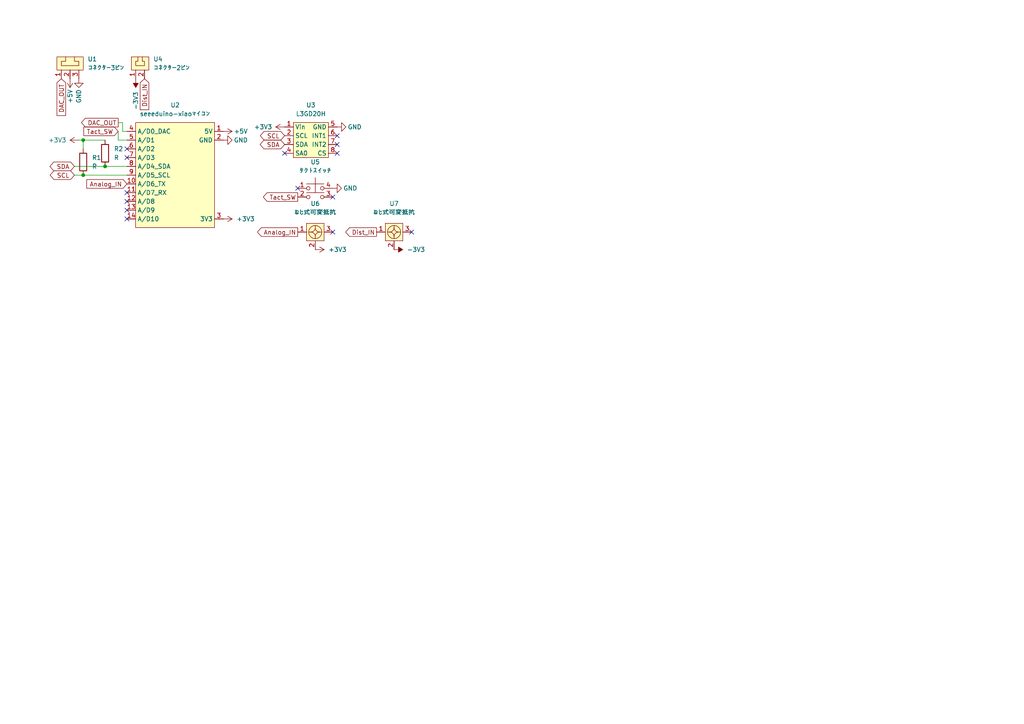
<source format=kicad_sch>
(kicad_sch (version 20211123) (generator eeschema)
  (paper "A4")
  (lib_symbols
    (symbol "Device:R" (pin_numbers hide) (pin_names (offset 0))
      (property "Reference" "R" (at 2.032 0 90))
      (property "Value" "R" (at 0 0 90))
      (symbol "R_0_1"
        (rectangle (start -1.016 -2.54) (end 1.016 2.54) (stroke (width 0.254)))
      )
      (symbol "R_1_1"
        (pin passive line (at 0 3.81 270) (length 1.27) (name "~") (number "1"))
        (pin passive line (at 0 -3.81 90) (length 1.27) (name "~") (number "2"))
      )
    )
    (symbol "power:+3V3" (power) (pin_names (offset 0))
      (property "Value" "+3V3" (at 0 3.556 0))
      (symbol "+3V3_0_1"
        (polyline (pts (xy -0.762 1.27) (xy 0 2.54)))
        (polyline (pts (xy 0 0) (xy 0 2.54)))
        (polyline (pts (xy 0 2.54) (xy 0.762 1.27)))
      )
      (symbol "+3V3_1_1"
        (pin power_in line (at 0 0 90) (length 0) hide (name "+3V3") (number "1"))
      )
    )
    (symbol "power:+5V" (power) (pin_names (offset 0))
      (property "Value" "+5V" (at 0 3.556 0))
      (symbol "+5V_0_1"
        (polyline (pts (xy -0.762 1.27) (xy 0 2.54)))
        (polyline (pts (xy 0 0) (xy 0 2.54)))
        (polyline (pts (xy 0 2.54) (xy 0.762 1.27)))
      )
      (symbol "+5V_1_1"
        (pin power_in line (at 0 0 90) (length 0) hide (name "+5V") (number "1"))
      )
    )
    (symbol "power:-3V3" (power) (pin_names (offset 0))
      (property "Value" "-3V3" (at 0 3.81 0))
      (symbol "-3V3_0_0"
        (pin power_in line (at 0 0 90) (length 0) hide (name "-3V3") (number "1"))
      )
      (symbol "-3V3_0_1"
        (polyline (pts (xy 0 0) (xy 0 1.27) (xy 0.762 1.27) (xy 0 2.54) (xy -0.762 1.27) (xy 0 1.27)) (fill (type outline)))
      )
    )
    (symbol "power:GND" (power) (pin_names (offset 0))
      (property "Value" "GND" (at 0 -3.81 0))
      (symbol "GND_0_1"
        (polyline (pts (xy 0 0) (xy 0 -1.27) (xy 1.27 -1.27) (xy 0 -2.54) (xy -1.27 -1.27) (xy 0 -1.27)))
      )
      (symbol "GND_1_1"
        (pin power_in line (at 0 0 270) (length 0) hide (name "GND") (number "1"))
      )
    )
    (symbol "自分のシンボルエディター:L3GD20H"
      (property "Reference" "U" (at 0 0 0))
      (property "Value" "L3GD20H" (at 0 0 0))
      (symbol "L3GD20H_0_1"
        (rectangle (start -5.08 -1.27) (end 5.08 -11.43) (fill (type background)))
      )
      (symbol "L3GD20H_1_1"
        (pin input line (at -7.62 -2.54 0) (length 2.54) (name "Vin") (number "1"))
        (pin input line (at -7.62 -5.08 0) (length 2.54) (name "SCL") (number "2"))
        (pin input line (at -7.62 -7.62 0) (length 2.54) (name "SDA") (number "3"))
        (pin input line (at -7.62 -10.16 0) (length 2.54) (name "SA0") (number "4"))
        (pin input line (at 7.62 -2.54 180) (length 2.54) (name "GND") (number "5"))
        (pin input line (at 7.62 -5.08 180) (length 2.54) (name "INT1") (number "6"))
        (pin input line (at 7.62 -7.62 180) (length 2.54) (name "INT2") (number "7"))
        (pin input line (at 7.62 -10.16 180) (length 2.54) (name "CS") (number "8"))
      )
    )
    (symbol "自分のシンボルエディター:seeeduino-xiaoマイコン"
      (property "Reference" "U" (at 11.43 0 0))
      (property "Value" "seeeduino-xiaoマイコン" (at 0 0 0))
      (symbol "seeeduino-xiaoマイコン_0_1"
        (rectangle (start -11.43 -1.27) (end 11.43 -31.75) (fill (type background)))
      )
      (symbol "seeeduino-xiaoマイコン_1_1"
        (pin input line (at 13.97 -3.81 180) (length 2.54) (name "5V") (number "1"))
        (pin input line (at -13.97 -19.05 0) (length 2.54) (name "A/D6_TX") (number "10"))
        (pin input line (at -13.97 -21.59 0) (length 2.54) (name "A/D7_RX") (number "11"))
        (pin input line (at -13.97 -24.13 0) (length 2.54) (name "A/D8") (number "12"))
        (pin input line (at -13.97 -26.67 0) (length 2.54) (name "A/D9") (number "13"))
        (pin input line (at -13.97 -29.21 0) (length 2.54) (name "A/D10") (number "14"))
        (pin input line (at 13.97 -6.35 180) (length 2.54) (name "GND") (number "2"))
        (pin input line (at 13.97 -29.21 180) (length 2.54) (name "3V3") (number "3"))
        (pin input line (at -13.97 -3.81 0) (length 2.54) (name "A/D0_DAC") (number "4"))
        (pin input line (at -13.97 -6.35 0) (length 2.54) (name "A/D1") (number "5"))
        (pin input line (at -13.97 -8.89 0) (length 2.54) (name "A/D2") (number "6"))
        (pin input line (at -13.97 -11.43 0) (length 2.54) (name "A/D3") (number "7"))
        (pin input line (at -13.97 -13.97 0) (length 2.54) (name "A/D4_SDA") (number "8"))
        (pin input line (at -13.97 -16.51 0) (length 2.54) (name "A/D5_SCL") (number "9"))
      )
    )
    (symbol "自分のシンボルエディター:ねじ式可変抵抗"
      (property "Reference" "U" (at 0 0 0))
      (property "Value" "ねじ式可変抵抗" (at 0 0 0))
      (symbol "ねじ式可変抵抗_0_1"
        (rectangle (start -2.54 -1.905) (end 2.54 -6.985) (fill (type background)))
        (arc (start -1.2699 -4.4451) (mid -0.3719 -4.0731) (end 0.0001 -3.1751))
        (arc (start 0 -5.715) (mid -0.372 -4.817) (end -1.27 -4.445))
        (circle (center 0 -4.445) (radius 1.905))
        (arc (start 0 -3.175) (mid 0.372 -4.073) (end 1.27 -4.445))
        (polyline (pts (xy -1.27 -4.445) (xy -1.905 -4.445)))
        (polyline (pts (xy 0 -5.715) (xy 0 -6.35)))
        (polyline (pts (xy 0 -3.175) (xy 0 -2.54)))
        (polyline (pts (xy 1.905 -4.445) (xy 1.27 -4.445)))
        (arc (start 1.2699 -4.4449) (mid 0.3719 -4.8169) (end -0.0001 -5.7149))
      )
      (symbol "ねじ式可変抵抗_1_1"
        (pin input line (at -5.08 -4.445 0) (length 2.54) (name "") (number "1"))
        (pin input line (at 0 -9.525 90) (length 2.54) (name "") (number "2"))
        (pin input line (at 5.08 -4.445 180) (length 2.54) (name "") (number "3"))
      )
    )
    (symbol "自分のシンボルエディター:コネクター2ピン"
      (property "Reference" "U" (at 6.35 0 0))
      (property "Value" "コネクター2ピン" (at 0 0 0))
      (symbol "コネクター2ピン_0_1"
        (rectangle (start -2.54 -1.27) (end 2.54 -5.08) (fill (type background)))
        (polyline (pts (xy -0.635 -2.54) (xy -1.27 -2.54)))
        (polyline (pts (xy -0.635 -2.54) (xy -0.635 -1.27)))
        (polyline (pts (xy -1.27 -2.54) (xy -1.27 -3.81) (xy 1.27 -3.81) (xy 1.27 -2.54) (xy 0.635 -2.54) (xy 0.635 -1.27)))
      )
      (symbol "コネクター2ピン_1_1"
        (pin input line (at -1.27 -7.62 90) (length 2.54) (name "") (number "1"))
        (pin input line (at 1.27 -7.62 90) (length 2.54) (name "") (number "2"))
      )
    )
    (symbol "自分のシンボルエディター:コネクター3ピン"
      (property "Reference" "U" (at 6.35 0 0))
      (property "Value" "コネクター3ピン" (at 0 0 0))
      (symbol "コネクター3ピン_0_1"
        (rectangle (start -3.81 -1.27) (end 3.81 -5.08) (fill (type background)))
        (polyline (pts (xy -1.27 -2.54) (xy -1.27 -1.27)))
        (polyline (pts (xy -1.27 -2.54) (xy -2.54 -2.54) (xy -2.54 -3.81) (xy 2.54 -3.81) (xy 2.54 -2.54) (xy 1.27 -2.54) (xy 1.27 -1.27)))
      )
      (symbol "コネクター3ピン_1_1"
        (pin input line (at -2.54 -7.62 90) (length 2.54) (name "") (number "1"))
        (pin input line (at 0 -7.62 90) (length 2.54) (name "") (number "2"))
        (pin input line (at 2.54 -7.62 90) (length 2.54) (name "") (number "3"))
      )
    )
    (symbol "自分のシンボルエディター:タクトスイッチ"
      (property "Reference" "U" (at 6.35 0 0))
      (property "Value" "タクトスイッチ" (at 0 0 0))
      (symbol "タクトスイッチ_0_1"
        (circle (center -2.032 -7.62) (radius 0.508))
        (circle (center -2.032 -5.08) (radius 0.508))
        (polyline (pts (xy 0 -6.35) (xy 0 -3.81)))
        (polyline (pts (xy 0 -3.81) (xy 0 -2.032)))
        (polyline (pts (xy 2.54 -6.35) (xy -2.54 -6.35)))
        (polyline (pts (xy 2.54 -3.81) (xy -2.54 -3.81)))
        (circle (center 2.032 -7.62) (radius 0.508))
        (circle (center 2.032 -5.08) (radius 0.508))
      )
      (symbol "タクトスイッチ_1_1"
        (pin input line (at -5.08 -5.08 0) (length 2.54) (name "") (number "1"))
        (pin input line (at -5.08 -7.62 0) (length 2.54) (name "") (number "2"))
        (pin input line (at 5.08 -7.62 180) (length 2.54) (name "") (number "3"))
        (pin input line (at 5.08 -5.08 180) (length 2.54) (name "") (number "4"))
      )
    )
  )
  (junction (at 30.48 48.26))
  (junction (at 24.13 50.8))
  (junction (at 24.13 40.64))
  (no_connect (at 36.83 63.5))
  (no_connect (at 82.55 44.45))
  (no_connect (at 97.79 44.45))
  (no_connect (at 36.83 43.18))
  (no_connect (at 97.79 39.37))
  (no_connect (at 36.83 55.88))
  (no_connect (at 36.83 45.72))
  (no_connect (at 96.52 67.31))
  (no_connect (at 36.83 58.42))
  (no_connect (at 36.83 60.96))
  (no_connect (at 86.36 54.61))
  (no_connect (at 97.79 41.91))
  (no_connect (at 96.52 57.15))
  (no_connect (at 119.38 67.31))
  (wire (pts (xy 35.56 38.1) (xy 35.56 35.56)))
  (wire (pts (xy 34.29 38.1) (xy 34.29 40.64)))
  (wire (pts (xy 24.13 50.8) (xy 36.83 50.8)))
  (wire (pts (xy 21.59 50.8) (xy 24.13 50.8)))
  (wire (pts (xy 36.83 38.1) (xy 35.56 38.1)))
  (wire (pts (xy 34.29 40.64) (xy 36.83 40.64)))
  (wire (pts (xy 30.48 40.64) (xy 24.13 40.64)))
  (wire (pts (xy 24.13 40.64) (xy 24.13 43.18)))
  (wire (pts (xy 35.56 35.56) (xy 34.29 35.56)))
  (wire (pts (xy 30.48 48.26) (xy 36.83 48.26)))
  (wire (pts (xy 22.86 40.64) (xy 24.13 40.64)))
  (wire (pts (xy 21.59 48.26) (xy 30.48 48.26)))
  (global_label "Dist_IN" (shape output) (at 109.22 67.31 180) (property "Intersheet References" "${INTERSHEET_REFS}" (effects hide)))
  (global_label "DAC_OUT" (shape input) (at 17.78 22.86 270) (property "Intersheet References" "${INTERSHEET_REFS}" (effects hide)))
  (global_label "Analog_IN" (shape input) (at 36.83 53.34 180) (property "Intersheet References" "${INTERSHEET_REFS}" (effects hide)))
  (global_label "Tact_SW" (shape input) (at 34.29 38.1 180) (property "Intersheet References" "${INTERSHEET_REFS}" (effects hide)))
  (global_label "SDA" (shape bidirectional) (at 82.55 41.91 180) (property "Intersheet References" "${INTERSHEET_REFS}" (effects hide)))
  (global_label "DAC_OUT" (shape output) (at 34.29 35.56 180) (property "Intersheet References" "${INTERSHEET_REFS}" (effects hide)))
  (global_label "SCL" (shape bidirectional) (at 21.59 50.8 180) (property "Intersheet References" "${INTERSHEET_REFS}" (effects hide)))
  (global_label "Dist_IN" (shape input) (at 41.91 22.86 270) (property "Intersheet References" "${INTERSHEET_REFS}" (effects hide)))
  (global_label "SDA" (shape bidirectional) (at 21.59 48.26 180) (property "Intersheet References" "${INTERSHEET_REFS}" (effects hide)))
  (global_label "Tact_SW" (shape output) (at 86.36 57.15 180) (property "Intersheet References" "${INTERSHEET_REFS}" (effects hide)))
  (global_label "Analog_IN" (shape output) (at 86.36 67.31 180) (property "Intersheet References" "${INTERSHEET_REFS}" (effects hide)))
  (global_label "SCL" (shape bidirectional) (at 82.55 39.37 180) (property "Intersheet References" "${INTERSHEET_REFS}" (effects hide)))
  (symbol (lib_id "自分のシンボルエディター:ねじ式可変抵抗") (at 114.3 62.865 0) (unit 1)
    (property "Reference" "U7" (at 114.3 59.055 0))
    (property "Value" "ねじ式可変抵抗" (at 114.3 61.595 0))
    (property "Footprint" "自分のフットプリント:ねじ式可変抵抗" (effects hide))
  )
  (symbol (lib_id "自分のシンボルエディター:コネクター2ピン") (at 40.64 15.24 0) (unit 1)
    (property "Reference" "U4" (at 44.45 17.1449 0) (effects (justify left)))
    (property "Value" "コネクター2ピン" (at 44.45 19.6849 0) (effects (justify left)))
    (property "Footprint" "自分のフットプリント:コネクター2ピン" (effects hide))
  )
  (symbol (lib_id "自分のシンボルエディター:L3GD20H") (at 90.17 34.29 0) (unit 1)
    (property "Reference" "U3" (at 90.17 30.48 0))
    (property "Value" "L3GD20H" (at 90.17 33.02 0))
    (property "Footprint" "自分のフットプリント:L3GD20H" (effects hide))
  )
  (symbol (lib_id "power:+3V3") (at 91.44 72.39 270) (unit 1)
    (property "Reference" "#PWR0112" (effects hide))
    (property "Value" "+3V3" (at 95.25 72.3899 90) (effects (justify left)))
  )
  (symbol (lib_id "power:-3V3") (at 39.37 22.86 180) (unit 1)
    (property "Reference" "#PWR0105" (effects hide))
    (property "Value" "-3V3" (at 39.37 29.21 90))
  )
  (symbol (lib_id "power:+3V3") (at 22.86 40.64 90) (unit 1)
    (property "Reference" "#PWR0101" (effects hide))
    (property "Value" "+3V3" (at 13.97 40.64 90) (effects (justify right)))
  )
  (symbol (lib_id "自分のシンボルエディター:コネクター3ピン") (at 20.32 15.24 0) (unit 1)
    (property "Reference" "U1" (at 25.4 17.1449 0) (effects (justify left)))
    (property "Value" "コネクター3ピン" (at 25.4 19.6849 0) (effects (justify left)))
    (property "Footprint" "自分のフットプリント:コネクター3ピン" (effects hide))
  )
  (symbol (lib_id "自分のシンボルエディター:タクトスイッチ") (at 91.44 49.53 0) (unit 1)
    (property "Reference" "U5" (at 91.44 46.99 0))
    (property "Value" "タクトスイッチ" (at 91.44 49.53 0))
    (property "Footprint" "自分のフットプリント:タクトスイッチ" (effects hide))
  )
  (symbol (lib_id "power:+3V3") (at 64.77 63.5 270) (unit 1)
    (property "Reference" "#PWR0104" (effects hide))
    (property "Value" "+3V3" (at 68.58 63.4999 90) (effects (justify left)))
  )
  (symbol (lib_id "自分のシンボルエディター:seeeduino-xiaoマイコン") (at 50.8 34.29 0) (unit 1)
    (property "Reference" "U2" (at 50.8 30.48 0))
    (property "Value" "seeeduino-xiaoマイコン" (at 50.8 33.02 0))
    (property "Footprint" "自分のフットプリント:seeeduino-xiaoマイコン" (effects hide))
  )
  (symbol (lib_id "power:GND") (at 22.86 22.86 0) (unit 1)
    (property "Reference" "#PWR?" (effects hide))
    (property "Value" "GND" (at 22.86 27.94 90))
  )
  (symbol (lib_id "power:GND") (at 64.77 40.64 90) (unit 1)
    (property "Reference" "#PWR0109" (effects hide))
    (property "Value" "GND" (at 69.85 40.64 90))
  )
  (symbol (lib_id "power:+5V") (at 20.32 22.86 180) (unit 1)
    (property "Reference" "#PWR0102" (effects hide))
    (property "Value" "+5V" (at 20.32 27.94 90))
  )
  (symbol (lib_id "Device:R") (at 30.48 44.45 0) (unit 1)
    (property "Reference" "R2" (at 33.02 43.1799 0) (effects (justify left)))
    (property "Value" "R" (at 33.02 45.7199 0) (effects (justify left)))
    (property "Footprint" "自分のフットプリント:抵抗" (effects hide))
  )
  (symbol (lib_id "Device:R") (at 24.13 46.99 0) (unit 1)
    (property "Reference" "R1" (at 26.67 45.7199 0) (effects (justify left)))
    (property "Value" "R" (at 26.67 48.2599 0) (effects (justify left)))
    (property "Footprint" "自分のフットプリント:抵抗" (effects hide))
  )
  (symbol (lib_id "自分のシンボルエディター:ねじ式可変抵抗") (at 91.44 62.865 0) (unit 1)
    (property "Reference" "U6" (at 91.44 59.055 0))
    (property "Value" "ねじ式可変抵抗" (at 91.44 61.595 0))
    (property "Footprint" "自分のフットプリント:ねじ式可変抵抗" (effects hide))
  )
  (symbol (lib_id "power:-3V3") (at 114.3 72.39 270) (unit 1)
    (property "Reference" "#PWR0111" (effects hide))
    (property "Value" "-3V3" (at 120.65 72.39 90))
  )
  (symbol (lib_id "power:+3V3") (at 82.55 36.83 90) (unit 1)
    (property "Reference" "#PWR0107" (effects hide))
    (property "Value" "+3V3" (at 73.66 36.83 90) (effects (justify right)))
  )
  (symbol (lib_id "power:GND") (at 96.52 54.61 90) (unit 1)
    (property "Reference" "#PWR0106" (effects hide))
    (property "Value" "GND" (at 101.6 54.61 90))
  )
  (symbol (lib_id "power:+5V") (at 64.77 38.1 270) (unit 1)
    (property "Reference" "#PWR0108" (effects hide))
    (property "Value" "+5V" (at 69.85 38.1 90))
  )
  (symbol (lib_id "power:GND") (at 97.79 36.83 90) (unit 1)
    (property "Reference" "#PWR0110" (effects hide))
    (property "Value" "GND" (at 102.87 36.83 90))
  )
)
</source>
